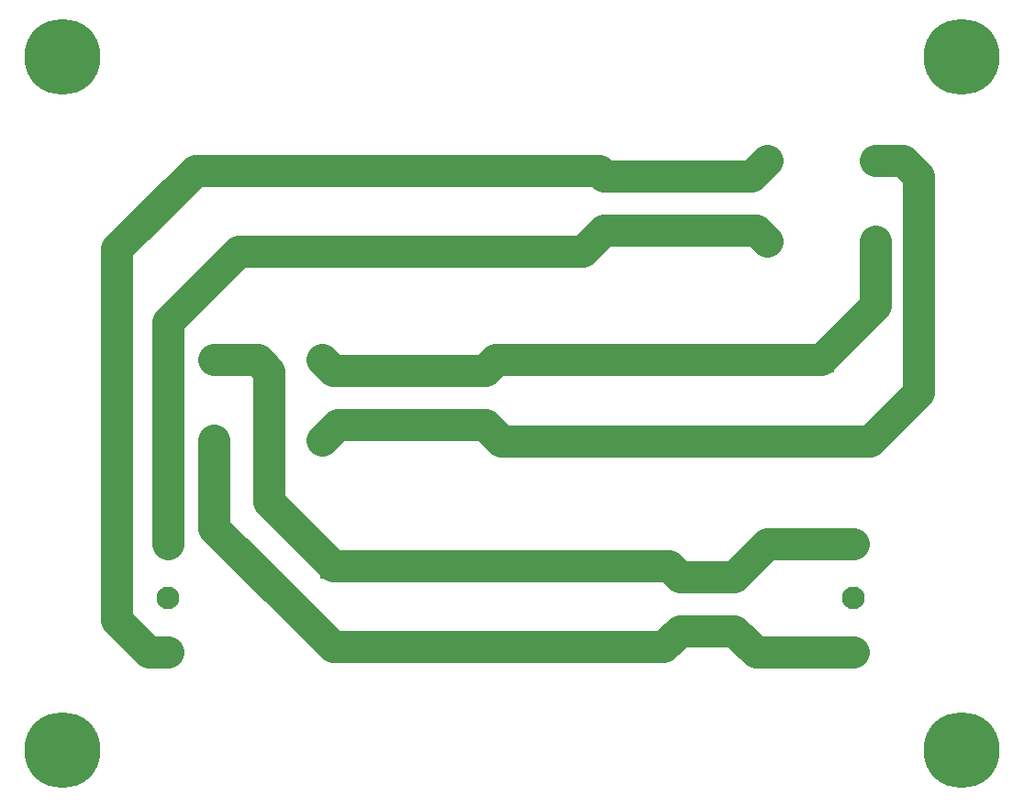
<source format=gbr>
G04 #@! TF.GenerationSoftware,KiCad,Pcbnew,(5.1.6)-1*
G04 #@! TF.CreationDate,2021-03-17T22:05:54+03:00*
G04 #@! TF.ProjectId,Power_filter,506f7765-725f-4666-996c-7465722e6b69,rev?*
G04 #@! TF.SameCoordinates,Original*
G04 #@! TF.FileFunction,Copper,L2,Bot*
G04 #@! TF.FilePolarity,Positive*
%FSLAX46Y46*%
G04 Gerber Fmt 4.6, Leading zero omitted, Abs format (unit mm)*
G04 Created by KiCad (PCBNEW (5.1.6)-1) date 2021-03-17 22:05:54*
%MOMM*%
%LPD*%
G01*
G04 APERTURE LIST*
G04 #@! TA.AperFunction,ComponentPad*
%ADD10C,2.100000*%
G04 #@! TD*
G04 #@! TA.AperFunction,ComponentPad*
%ADD11R,2.100000X2.100000*%
G04 #@! TD*
G04 #@! TA.AperFunction,ComponentPad*
%ADD12C,2.000000*%
G04 #@! TD*
G04 #@! TA.AperFunction,ComponentPad*
%ADD13C,1.600000*%
G04 #@! TD*
G04 #@! TA.AperFunction,ComponentPad*
%ADD14C,2.400000*%
G04 #@! TD*
G04 #@! TA.AperFunction,ComponentPad*
%ADD15R,2.400000X2.400000*%
G04 #@! TD*
G04 #@! TA.AperFunction,ViaPad*
%ADD16C,7.000000*%
G04 #@! TD*
G04 #@! TA.AperFunction,Conductor*
%ADD17C,3.000000*%
G04 #@! TD*
G04 APERTURE END LIST*
D10*
X165000000Y-123000000D03*
X165000000Y-118000000D03*
D11*
X165000000Y-113000000D03*
D10*
X101750000Y-123000000D03*
X101750000Y-118000000D03*
D11*
X101750000Y-113000000D03*
D12*
X116000000Y-103400000D03*
X106000000Y-103400000D03*
X106000000Y-96000000D03*
G04 #@! TA.AperFunction,ComponentPad*
G36*
G01*
X117000000Y-95500000D02*
X117000000Y-96500000D01*
G75*
G02*
X116500000Y-97000000I-500000J0D01*
G01*
X115500000Y-97000000D01*
G75*
G02*
X115000000Y-96500000I0J500000D01*
G01*
X115000000Y-95500000D01*
G75*
G02*
X115500000Y-95000000I500000J0D01*
G01*
X116500000Y-95000000D01*
G75*
G02*
X117000000Y-95500000I0J-500000D01*
G01*
G37*
G04 #@! TD.AperFunction*
X157000000Y-77600000D03*
X167000000Y-77600000D03*
X167000000Y-85000000D03*
G04 #@! TA.AperFunction,ComponentPad*
G36*
G01*
X156000000Y-85500000D02*
X156000000Y-84500000D01*
G75*
G02*
X156500000Y-84000000I500000J0D01*
G01*
X157500000Y-84000000D01*
G75*
G02*
X158000000Y-84500000I0J-500000D01*
G01*
X158000000Y-85500000D01*
G75*
G02*
X157500000Y-86000000I-500000J0D01*
G01*
X156500000Y-86000000D01*
G75*
G02*
X156000000Y-85500000I0J500000D01*
G01*
G37*
G04 #@! TD.AperFunction*
D13*
X154000000Y-121000000D03*
X154000000Y-116000000D03*
X149000000Y-121000000D03*
X149000000Y-116000000D03*
D14*
X136000000Y-122500000D03*
D15*
X136000000Y-115000000D03*
D14*
X117000000Y-122500000D03*
D15*
X117000000Y-115000000D03*
D13*
X125000000Y-102000000D03*
X125000000Y-97000000D03*
X131000000Y-102000000D03*
X131000000Y-97000000D03*
D14*
X143000000Y-103500000D03*
D15*
X143000000Y-96000000D03*
D14*
X162000000Y-103500000D03*
D15*
X162000000Y-96000000D03*
D13*
X148000000Y-79000000D03*
X148000000Y-84000000D03*
X142000000Y-79000000D03*
X142000000Y-84000000D03*
D14*
X130000000Y-78500000D03*
D15*
X130000000Y-86000000D03*
D14*
X111000000Y-78500000D03*
D15*
X111000000Y-86000000D03*
D16*
X92000000Y-132000000D03*
X175000000Y-132000000D03*
X175000000Y-68000000D03*
X92000000Y-68000000D03*
D17*
X111000000Y-78500000D02*
X130000000Y-78500000D01*
X141500000Y-78500000D02*
X142000000Y-79000000D01*
X130000000Y-78500000D02*
X141500000Y-78500000D01*
X142000000Y-79000000D02*
X148000000Y-79000000D01*
X155600000Y-79000000D02*
X157000000Y-77600000D01*
X148000000Y-79000000D02*
X155600000Y-79000000D01*
X101750000Y-123000000D02*
X100000000Y-123000000D01*
X100000000Y-123000000D02*
X97000000Y-120000000D01*
X97000000Y-120000000D02*
X97000000Y-85750000D01*
X104250000Y-78500000D02*
X111000000Y-78500000D01*
X97000000Y-85750000D02*
X104250000Y-78500000D01*
X111000000Y-86000000D02*
X130000000Y-86000000D01*
X140000000Y-86000000D02*
X142000000Y-84000000D01*
X130000000Y-86000000D02*
X140000000Y-86000000D01*
X142000000Y-84000000D02*
X148000000Y-84000000D01*
X156000000Y-84000000D02*
X157000000Y-85000000D01*
X148000000Y-84000000D02*
X156000000Y-84000000D01*
X101750000Y-113000000D02*
X101750000Y-92500000D01*
X108250000Y-86000000D02*
X111000000Y-86000000D01*
X101750000Y-92500000D02*
X108250000Y-86000000D01*
X167000000Y-77600000D02*
X169600000Y-77600000D01*
X169600000Y-77600000D02*
X171000000Y-79000000D01*
X171000000Y-79000000D02*
X171000000Y-99000000D01*
X166500000Y-103500000D02*
X162000000Y-103500000D01*
X171000000Y-99000000D02*
X166500000Y-103500000D01*
X162000000Y-103500000D02*
X143000000Y-103500000D01*
X132500000Y-103500000D02*
X131000000Y-102000000D01*
X143000000Y-103500000D02*
X132500000Y-103500000D01*
X131000000Y-102000000D02*
X125000000Y-102000000D01*
X117400000Y-102000000D02*
X116000000Y-103400000D01*
X125000000Y-102000000D02*
X117400000Y-102000000D01*
X167000000Y-91000000D02*
X162000000Y-96000000D01*
X167000000Y-85000000D02*
X167000000Y-91000000D01*
X162000000Y-96000000D02*
X143000000Y-96000000D01*
X132000000Y-96000000D02*
X131000000Y-97000000D01*
X143000000Y-96000000D02*
X132000000Y-96000000D01*
X131000000Y-97000000D02*
X125000000Y-97000000D01*
X117000000Y-97000000D02*
X116000000Y-96000000D01*
X125000000Y-97000000D02*
X117000000Y-97000000D01*
X117000000Y-122500000D02*
X136000000Y-122500000D01*
X147500000Y-122500000D02*
X149000000Y-121000000D01*
X136000000Y-122500000D02*
X147500000Y-122500000D01*
X149000000Y-121000000D02*
X154000000Y-121000000D01*
X156000000Y-123000000D02*
X154000000Y-121000000D01*
X165000000Y-123000000D02*
X156000000Y-123000000D01*
X106000000Y-111500000D02*
X113500000Y-119000000D01*
X106000000Y-103400000D02*
X106000000Y-111500000D01*
X113500000Y-119000000D02*
X117000000Y-122500000D01*
X157000000Y-113000000D02*
X154000000Y-116000000D01*
X165000000Y-113000000D02*
X157000000Y-113000000D01*
X154000000Y-116000000D02*
X149000000Y-116000000D01*
X117000000Y-115000000D02*
X136000000Y-115000000D01*
X148000000Y-115000000D02*
X149000000Y-116000000D01*
X136000000Y-115000000D02*
X148000000Y-115000000D01*
X111062748Y-97062748D02*
X111062748Y-109062748D01*
X111062748Y-109062748D02*
X117000000Y-115000000D01*
X106000000Y-96000000D02*
X110000000Y-96000000D01*
X110000000Y-96000000D02*
X111062748Y-97062748D01*
M02*

</source>
